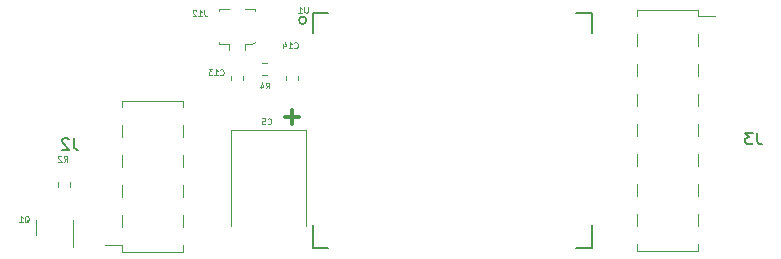
<source format=gbr>
%TF.GenerationSoftware,KiCad,Pcbnew,8.0.4*%
%TF.CreationDate,2024-09-18T13:26:39+01:00*%
%TF.ProjectId,BG95V4,42473935-5634-42e6-9b69-6361645f7063,rev?*%
%TF.SameCoordinates,Original*%
%TF.FileFunction,Legend,Bot*%
%TF.FilePolarity,Positive*%
%FSLAX46Y46*%
G04 Gerber Fmt 4.6, Leading zero omitted, Abs format (unit mm)*
G04 Created by KiCad (PCBNEW 8.0.4) date 2024-09-18 13:26:39*
%MOMM*%
%LPD*%
G01*
G04 APERTURE LIST*
%ADD10C,0.200000*%
%ADD11C,0.300000*%
%ADD12C,0.100000*%
%ADD13C,0.150000*%
%ADD14C,0.127000*%
%ADD15C,0.120000*%
G04 APERTURE END LIST*
D10*
X33253847Y20269200D02*
G75*
G02*
X32633753Y20269200I-310047J0D01*
G01*
X32633753Y20269200D02*
G75*
G02*
X33253847Y20269200I310047J0D01*
G01*
D11*
X31483371Y12059700D02*
X32626229Y12059700D01*
X32054800Y11488271D02*
X32054800Y12631128D01*
D12*
X33375552Y21406690D02*
X33375552Y21001928D01*
X33375552Y21001928D02*
X33351742Y20954309D01*
X33351742Y20954309D02*
X33327933Y20930500D01*
X33327933Y20930500D02*
X33280314Y20906690D01*
X33280314Y20906690D02*
X33185076Y20906690D01*
X33185076Y20906690D02*
X33137457Y20930500D01*
X33137457Y20930500D02*
X33113647Y20954309D01*
X33113647Y20954309D02*
X33089838Y21001928D01*
X33089838Y21001928D02*
X33089838Y21406690D01*
X32589837Y20906690D02*
X32875551Y20906690D01*
X32732694Y20906690D02*
X32732694Y21406690D01*
X32732694Y21406690D02*
X32780313Y21335261D01*
X32780313Y21335261D02*
X32827932Y21287642D01*
X32827932Y21287642D02*
X32875551Y21263833D01*
X29983333Y11521509D02*
X30007142Y11497700D01*
X30007142Y11497700D02*
X30078571Y11473890D01*
X30078571Y11473890D02*
X30126190Y11473890D01*
X30126190Y11473890D02*
X30197618Y11497700D01*
X30197618Y11497700D02*
X30245237Y11545319D01*
X30245237Y11545319D02*
X30269047Y11592938D01*
X30269047Y11592938D02*
X30292856Y11688176D01*
X30292856Y11688176D02*
X30292856Y11759604D01*
X30292856Y11759604D02*
X30269047Y11854842D01*
X30269047Y11854842D02*
X30245237Y11902461D01*
X30245237Y11902461D02*
X30197618Y11950080D01*
X30197618Y11950080D02*
X30126190Y11973890D01*
X30126190Y11973890D02*
X30078571Y11973890D01*
X30078571Y11973890D02*
X30007142Y11950080D01*
X30007142Y11950080D02*
X29983333Y11926271D01*
X29530952Y11973890D02*
X29769047Y11973890D01*
X29769047Y11973890D02*
X29792856Y11735795D01*
X29792856Y11735795D02*
X29769047Y11759604D01*
X29769047Y11759604D02*
X29721428Y11783414D01*
X29721428Y11783414D02*
X29602380Y11783414D01*
X29602380Y11783414D02*
X29554761Y11759604D01*
X29554761Y11759604D02*
X29530952Y11735795D01*
X29530952Y11735795D02*
X29507142Y11688176D01*
X29507142Y11688176D02*
X29507142Y11569128D01*
X29507142Y11569128D02*
X29530952Y11521509D01*
X29530952Y11521509D02*
X29554761Y11497700D01*
X29554761Y11497700D02*
X29602380Y11473890D01*
X29602380Y11473890D02*
X29721428Y11473890D01*
X29721428Y11473890D02*
X29769047Y11497700D01*
X29769047Y11497700D02*
X29792856Y11521509D01*
X24610961Y21127290D02*
X24610961Y20770147D01*
X24610961Y20770147D02*
X24634770Y20698719D01*
X24634770Y20698719D02*
X24682389Y20651100D01*
X24682389Y20651100D02*
X24753818Y20627290D01*
X24753818Y20627290D02*
X24801437Y20627290D01*
X24110961Y20627290D02*
X24396675Y20627290D01*
X24253818Y20627290D02*
X24253818Y21127290D01*
X24253818Y21127290D02*
X24301437Y21055861D01*
X24301437Y21055861D02*
X24349056Y21008242D01*
X24349056Y21008242D02*
X24396675Y20984433D01*
X23920485Y21079671D02*
X23896676Y21103480D01*
X23896676Y21103480D02*
X23849057Y21127290D01*
X23849057Y21127290D02*
X23730009Y21127290D01*
X23730009Y21127290D02*
X23682390Y21103480D01*
X23682390Y21103480D02*
X23658581Y21079671D01*
X23658581Y21079671D02*
X23634771Y21032052D01*
X23634771Y21032052D02*
X23634771Y20984433D01*
X23634771Y20984433D02*
X23658581Y20913004D01*
X23658581Y20913004D02*
X23944295Y20627290D01*
X23944295Y20627290D02*
X23634771Y20627290D01*
D13*
X71427933Y10755980D02*
X71427933Y10041695D01*
X71427933Y10041695D02*
X71475552Y9898838D01*
X71475552Y9898838D02*
X71570790Y9803600D01*
X71570790Y9803600D02*
X71713647Y9755980D01*
X71713647Y9755980D02*
X71808885Y9755980D01*
X71046980Y10755980D02*
X70427933Y10755980D01*
X70427933Y10755980D02*
X70761266Y10375028D01*
X70761266Y10375028D02*
X70618409Y10375028D01*
X70618409Y10375028D02*
X70523171Y10327409D01*
X70523171Y10327409D02*
X70475552Y10279790D01*
X70475552Y10279790D02*
X70427933Y10184552D01*
X70427933Y10184552D02*
X70427933Y9946457D01*
X70427933Y9946457D02*
X70475552Y9851219D01*
X70475552Y9851219D02*
X70523171Y9803600D01*
X70523171Y9803600D02*
X70618409Y9755980D01*
X70618409Y9755980D02*
X70904123Y9755980D01*
X70904123Y9755980D02*
X70999361Y9803600D01*
X70999361Y9803600D02*
X71046980Y9851219D01*
D12*
X29808333Y14493890D02*
X29974999Y14731985D01*
X30094047Y14493890D02*
X30094047Y14993890D01*
X30094047Y14993890D02*
X29903571Y14993890D01*
X29903571Y14993890D02*
X29855952Y14970080D01*
X29855952Y14970080D02*
X29832142Y14946271D01*
X29832142Y14946271D02*
X29808333Y14898652D01*
X29808333Y14898652D02*
X29808333Y14827223D01*
X29808333Y14827223D02*
X29832142Y14779604D01*
X29832142Y14779604D02*
X29855952Y14755795D01*
X29855952Y14755795D02*
X29903571Y14731985D01*
X29903571Y14731985D02*
X30094047Y14731985D01*
X29379761Y14827223D02*
X29379761Y14493890D01*
X29498809Y15017700D02*
X29617856Y14660557D01*
X29617856Y14660557D02*
X29308333Y14660557D01*
D13*
X13566733Y10298780D02*
X13566733Y9584495D01*
X13566733Y9584495D02*
X13614352Y9441638D01*
X13614352Y9441638D02*
X13709590Y9346400D01*
X13709590Y9346400D02*
X13852447Y9298780D01*
X13852447Y9298780D02*
X13947685Y9298780D01*
X13138161Y10203542D02*
X13090542Y10251161D01*
X13090542Y10251161D02*
X12995304Y10298780D01*
X12995304Y10298780D02*
X12757209Y10298780D01*
X12757209Y10298780D02*
X12661971Y10251161D01*
X12661971Y10251161D02*
X12614352Y10203542D01*
X12614352Y10203542D02*
X12566733Y10108304D01*
X12566733Y10108304D02*
X12566733Y10013066D01*
X12566733Y10013066D02*
X12614352Y9870209D01*
X12614352Y9870209D02*
X13185780Y9298780D01*
X13185780Y9298780D02*
X12566733Y9298780D01*
D12*
X9394819Y3155271D02*
X9442438Y3179080D01*
X9442438Y3179080D02*
X9490057Y3226700D01*
X9490057Y3226700D02*
X9561485Y3298128D01*
X9561485Y3298128D02*
X9609104Y3321938D01*
X9609104Y3321938D02*
X9656723Y3321938D01*
X9632914Y3202890D02*
X9680533Y3226700D01*
X9680533Y3226700D02*
X9728152Y3274319D01*
X9728152Y3274319D02*
X9751961Y3369557D01*
X9751961Y3369557D02*
X9751961Y3536223D01*
X9751961Y3536223D02*
X9728152Y3631461D01*
X9728152Y3631461D02*
X9680533Y3679080D01*
X9680533Y3679080D02*
X9632914Y3702890D01*
X9632914Y3702890D02*
X9537676Y3702890D01*
X9537676Y3702890D02*
X9490057Y3679080D01*
X9490057Y3679080D02*
X9442438Y3631461D01*
X9442438Y3631461D02*
X9418628Y3536223D01*
X9418628Y3536223D02*
X9418628Y3369557D01*
X9418628Y3369557D02*
X9442438Y3274319D01*
X9442438Y3274319D02*
X9490057Y3226700D01*
X9490057Y3226700D02*
X9537676Y3202890D01*
X9537676Y3202890D02*
X9632914Y3202890D01*
X8942437Y3202890D02*
X9228151Y3202890D01*
X9085294Y3202890D02*
X9085294Y3702890D01*
X9085294Y3702890D02*
X9132913Y3631461D01*
X9132913Y3631461D02*
X9180532Y3583842D01*
X9180532Y3583842D02*
X9228151Y3560033D01*
X25950028Y15671109D02*
X25973837Y15647300D01*
X25973837Y15647300D02*
X26045266Y15623490D01*
X26045266Y15623490D02*
X26092885Y15623490D01*
X26092885Y15623490D02*
X26164313Y15647300D01*
X26164313Y15647300D02*
X26211932Y15694919D01*
X26211932Y15694919D02*
X26235742Y15742538D01*
X26235742Y15742538D02*
X26259551Y15837776D01*
X26259551Y15837776D02*
X26259551Y15909204D01*
X26259551Y15909204D02*
X26235742Y16004442D01*
X26235742Y16004442D02*
X26211932Y16052061D01*
X26211932Y16052061D02*
X26164313Y16099680D01*
X26164313Y16099680D02*
X26092885Y16123490D01*
X26092885Y16123490D02*
X26045266Y16123490D01*
X26045266Y16123490D02*
X25973837Y16099680D01*
X25973837Y16099680D02*
X25950028Y16075871D01*
X25473837Y15623490D02*
X25759551Y15623490D01*
X25616694Y15623490D02*
X25616694Y16123490D01*
X25616694Y16123490D02*
X25664313Y16052061D01*
X25664313Y16052061D02*
X25711932Y16004442D01*
X25711932Y16004442D02*
X25759551Y15980633D01*
X25307171Y16123490D02*
X24997647Y16123490D01*
X24997647Y16123490D02*
X25164314Y15933014D01*
X25164314Y15933014D02*
X25092885Y15933014D01*
X25092885Y15933014D02*
X25045266Y15909204D01*
X25045266Y15909204D02*
X25021457Y15885395D01*
X25021457Y15885395D02*
X24997647Y15837776D01*
X24997647Y15837776D02*
X24997647Y15718728D01*
X24997647Y15718728D02*
X25021457Y15671109D01*
X25021457Y15671109D02*
X25045266Y15647300D01*
X25045266Y15647300D02*
X25092885Y15623490D01*
X25092885Y15623490D02*
X25235742Y15623490D01*
X25235742Y15623490D02*
X25283361Y15647300D01*
X25283361Y15647300D02*
X25307171Y15671109D01*
X12707133Y8308290D02*
X12873799Y8546385D01*
X12992847Y8308290D02*
X12992847Y8808290D01*
X12992847Y8808290D02*
X12802371Y8808290D01*
X12802371Y8808290D02*
X12754752Y8784480D01*
X12754752Y8784480D02*
X12730942Y8760671D01*
X12730942Y8760671D02*
X12707133Y8713052D01*
X12707133Y8713052D02*
X12707133Y8641623D01*
X12707133Y8641623D02*
X12730942Y8594004D01*
X12730942Y8594004D02*
X12754752Y8570195D01*
X12754752Y8570195D02*
X12802371Y8546385D01*
X12802371Y8546385D02*
X12992847Y8546385D01*
X12516656Y8760671D02*
X12492847Y8784480D01*
X12492847Y8784480D02*
X12445228Y8808290D01*
X12445228Y8808290D02*
X12326180Y8808290D01*
X12326180Y8808290D02*
X12278561Y8784480D01*
X12278561Y8784480D02*
X12254752Y8760671D01*
X12254752Y8760671D02*
X12230942Y8713052D01*
X12230942Y8713052D02*
X12230942Y8665433D01*
X12230942Y8665433D02*
X12254752Y8594004D01*
X12254752Y8594004D02*
X12540466Y8308290D01*
X12540466Y8308290D02*
X12230942Y8308290D01*
X32223828Y17957109D02*
X32247637Y17933300D01*
X32247637Y17933300D02*
X32319066Y17909490D01*
X32319066Y17909490D02*
X32366685Y17909490D01*
X32366685Y17909490D02*
X32438113Y17933300D01*
X32438113Y17933300D02*
X32485732Y17980919D01*
X32485732Y17980919D02*
X32509542Y18028538D01*
X32509542Y18028538D02*
X32533351Y18123776D01*
X32533351Y18123776D02*
X32533351Y18195204D01*
X32533351Y18195204D02*
X32509542Y18290442D01*
X32509542Y18290442D02*
X32485732Y18338061D01*
X32485732Y18338061D02*
X32438113Y18385680D01*
X32438113Y18385680D02*
X32366685Y18409490D01*
X32366685Y18409490D02*
X32319066Y18409490D01*
X32319066Y18409490D02*
X32247637Y18385680D01*
X32247637Y18385680D02*
X32223828Y18361871D01*
X31747637Y17909490D02*
X32033351Y17909490D01*
X31890494Y17909490D02*
X31890494Y18409490D01*
X31890494Y18409490D02*
X31938113Y18338061D01*
X31938113Y18338061D02*
X31985732Y18290442D01*
X31985732Y18290442D02*
X32033351Y18266633D01*
X31319066Y18242823D02*
X31319066Y17909490D01*
X31438114Y18433300D02*
X31557161Y18076157D01*
X31557161Y18076157D02*
X31247638Y18076157D01*
D14*
%TO.C,U1*%
X33800000Y20850000D02*
X35100000Y20850000D01*
X33800000Y19150000D02*
X33800000Y20850000D01*
X33800000Y2900000D02*
X33800000Y950000D01*
X33800000Y950000D02*
X35100000Y950000D01*
X56100000Y20850000D02*
X57400000Y20850000D01*
X56100000Y950000D02*
X57400000Y950000D01*
X57400000Y20850000D02*
X57400000Y19150000D01*
X57400000Y950000D02*
X57400000Y2900000D01*
D15*
%TO.C,C5*%
X26900000Y11015000D02*
X33220000Y11015000D01*
X26900000Y2830000D02*
X26900000Y11015000D01*
X33220000Y11015000D02*
X33220000Y2830000D01*
%TO.C,J12*%
X25881200Y21235800D02*
X25881200Y21035800D01*
X25881200Y18435800D02*
X25881200Y18235800D01*
X25881200Y18235800D02*
X26681200Y18235800D01*
X26681200Y21235800D02*
X25881200Y21235800D01*
X26681200Y18235800D02*
X26681200Y17735800D01*
X28081200Y18235800D02*
X28081200Y17735800D01*
X28081200Y18235800D02*
X28681200Y18235800D01*
X28681200Y18235800D02*
X28881200Y18435800D01*
X28881200Y21235800D02*
X28081200Y21235800D01*
X28881200Y21035800D02*
X28881200Y21235800D01*
%TO.C,J3*%
X61225000Y21170000D02*
X61225000Y20600000D01*
X61225000Y19080000D02*
X61225000Y18060000D01*
X61225000Y16540000D02*
X61225000Y15520000D01*
X61225000Y14000000D02*
X61225000Y12980000D01*
X61225000Y11460000D02*
X61225000Y10440000D01*
X61225000Y8920000D02*
X61225000Y7900000D01*
X61225000Y6380000D02*
X61225000Y5360000D01*
X61225000Y3840000D02*
X61225000Y2820000D01*
X61225000Y1300000D02*
X61225000Y730000D01*
X66425000Y21170000D02*
X61225000Y21170000D01*
X66425000Y21170000D02*
X66425000Y20600000D01*
X66425000Y19080000D02*
X66425000Y18060000D01*
X66425000Y16540000D02*
X66425000Y15520000D01*
X66425000Y14000000D02*
X66425000Y12980000D01*
X66425000Y11460000D02*
X66425000Y10440000D01*
X66425000Y8920000D02*
X66425000Y7900000D01*
X66425000Y6380000D02*
X66425000Y5360000D01*
X66425000Y3840000D02*
X66425000Y2820000D01*
X66425000Y1300000D02*
X66425000Y730000D01*
X66425000Y730000D02*
X61225000Y730000D01*
X67865000Y20600000D02*
X66425000Y20600000D01*
%TO.C,R4*%
X29487742Y16672500D02*
X29962258Y16672500D01*
X29487742Y15627500D02*
X29962258Y15627500D01*
%TO.C,J2*%
X16185000Y1210000D02*
X17625000Y1210000D01*
X17625000Y13460000D02*
X22825000Y13460000D01*
X17625000Y12890000D02*
X17625000Y13460000D01*
X17625000Y10350000D02*
X17625000Y11370000D01*
X17625000Y7810000D02*
X17625000Y8830000D01*
X17625000Y5270000D02*
X17625000Y6290000D01*
X17625000Y2730000D02*
X17625000Y3750000D01*
X17625000Y640000D02*
X17625000Y1210000D01*
X17625000Y640000D02*
X22825000Y640000D01*
X22825000Y12890000D02*
X22825000Y13460000D01*
X22825000Y10350000D02*
X22825000Y11370000D01*
X22825000Y7810000D02*
X22825000Y8830000D01*
X22825000Y5270000D02*
X22825000Y6290000D01*
X22825000Y2730000D02*
X22825000Y3750000D01*
X22825000Y640000D02*
X22825000Y1210000D01*
%TO.C,Q1*%
X10378000Y2743200D02*
X10378000Y3393200D01*
X10378000Y2743200D02*
X10378000Y2093200D01*
X13498000Y2743200D02*
X13498000Y3393200D01*
X13498000Y2743200D02*
X13498000Y1068200D01*
%TO.C,C13*%
X26865000Y15515580D02*
X26865000Y15234420D01*
X27885000Y15515580D02*
X27885000Y15234420D01*
%TO.C,R2*%
X12202900Y6587258D02*
X12202900Y6112742D01*
X13247900Y6587258D02*
X13247900Y6112742D01*
%TO.C,C14*%
X31490000Y15515580D02*
X31490000Y15234420D01*
X32510000Y15515580D02*
X32510000Y15234420D01*
%TD*%
M02*

</source>
